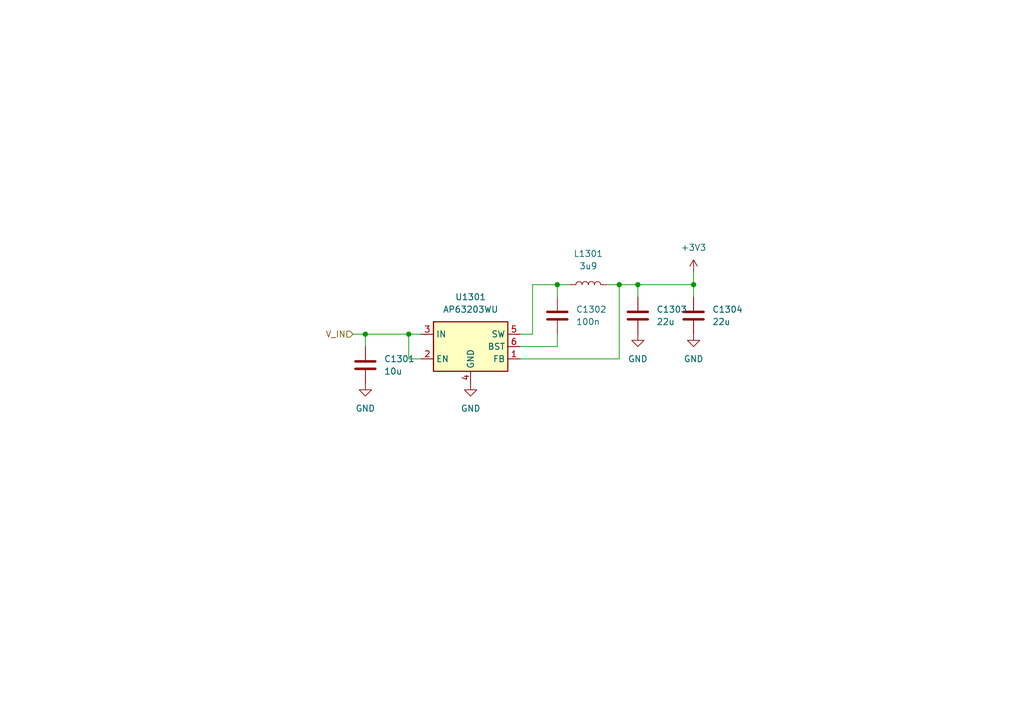
<source format=kicad_sch>
(kicad_sch (version 20211123) (generator eeschema)
  (paper "A5")
  (lib_symbols
    (symbol "Device:C" (pin_numbers hide) (pin_names (offset 0.254))
      (property "Reference" "C" (at 0.635 2.54 0))
      (property "Value" "C" (at 0.635 -2.54 0))
      (symbol "C_0_1"
        (polyline (pts (xy -2.032 -0.762) (xy 2.032 -0.762)) (stroke (width 0.508)))
        (polyline (pts (xy -2.032 0.762) (xy 2.032 0.762)) (stroke (width 0.508)))
      )
      (symbol "C_1_1"
        (pin passive line (at 0 3.81 270) (length 2.794) (name "~") (number "1"))
        (pin passive line (at 0 -3.81 90) (length 2.794) (name "~") (number "2"))
      )
    )
    (symbol "Device:L" (pin_numbers hide) (pin_names (offset 1.016) hide)
      (property "Reference" "L" (at -1.27 0 90))
      (property "Value" "L" (at 1.905 0 90))
      (symbol "L_0_1"
        (arc (start 0 -2.54) (mid 0.635 -1.905) (end 0 -1.27))
        (arc (start 0 -1.27) (mid 0.635 -0.635) (end 0 0))
        (arc (start 0 0) (mid 0.635 0.635) (end 0 1.27))
        (arc (start 0 1.27) (mid 0.635 1.905) (end 0 2.54))
      )
      (symbol "L_1_1"
        (pin passive line (at 0 3.81 270) (length 1.27) (name "1") (number "1"))
        (pin passive line (at 0 -3.81 90) (length 1.27) (name "2") (number "2"))
      )
    )
    (symbol "Regulator_Switching:AP63203WU"
      (property "Reference" "U" (at -7.62 6.35 0))
      (property "Value" "AP63203WU" (at 2.54 6.35 0))
      (symbol "AP63203WU_0_1"
        (rectangle (start -7.62 5.08) (end 7.62 -5.08) (stroke (width 0.254)) (fill (type background)))
      )
      (symbol "AP63203WU_1_1"
        (pin input line (at 10.16 -2.54 180) (length 2.54) (name "FB") (number "1"))
        (pin input line (at -10.16 -2.54 0) (length 2.54) (name "EN") (number "2"))
        (pin power_in line (at -10.16 2.54 0) (length 2.54) (name "IN") (number "3"))
        (pin power_in line (at 0 -7.62 90) (length 2.54) (name "GND") (number "4"))
        (pin output line (at 10.16 2.54 180) (length 2.54) (name "SW") (number "5"))
        (pin passive line (at 10.16 0 180) (length 2.54) (name "BST") (number "6"))
      )
    )
    (symbol "power:+3V3" (power) (pin_names (offset 0))
      (property "Value" "+3V3" (at 0 3.556 0))
      (symbol "+3V3_0_1"
        (polyline (pts (xy -0.762 1.27) (xy 0 2.54)))
        (polyline (pts (xy 0 0) (xy 0 2.54)))
        (polyline (pts (xy 0 2.54) (xy 0.762 1.27)))
      )
      (symbol "+3V3_1_1"
        (pin power_in line (at 0 0 90) (length 0) hide (name "+3V3") (number "1"))
      )
    )
    (symbol "power:GND" (power) (pin_names (offset 0))
      (property "Value" "GND" (at 0 -3.81 0))
      (symbol "GND_0_1"
        (polyline (pts (xy 0 0) (xy 0 -1.27) (xy 1.27 -1.27) (xy 0 -2.54) (xy -1.27 -1.27) (xy 0 -1.27)))
      )
      (symbol "GND_1_1"
        (pin power_in line (at 0 0 270) (length 0) hide (name "GND") (number "1"))
      )
    )
  )
  (junction (at 114.3 58.42))
  (junction (at 127 58.42))
  (junction (at 130.81 58.42))
  (junction (at 142.24 58.42))
  (junction (at 74.93 68.58))
  (junction (at 83.82 68.58))
  (wire (pts (xy 114.3 71.12) (xy 114.3 68.58)))
  (wire (pts (xy 74.93 68.58) (xy 83.82 68.58)))
  (wire (pts (xy 83.82 68.58) (xy 86.36 68.58)))
  (wire (pts (xy 127 73.66) (xy 106.68 73.66)))
  (wire (pts (xy 142.24 60.96) (xy 142.24 58.42)))
  (wire (pts (xy 86.36 73.66) (xy 83.82 73.66)))
  (wire (pts (xy 114.3 58.42) (xy 114.3 60.96)))
  (wire (pts (xy 83.82 73.66) (xy 83.82 68.58)))
  (wire (pts (xy 130.81 58.42) (xy 127 58.42)))
  (wire (pts (xy 130.81 60.96) (xy 130.81 58.42)))
  (wire (pts (xy 127 58.42) (xy 127 73.66)))
  (wire (pts (xy 142.24 55.88) (xy 142.24 58.42)))
  (wire (pts (xy 130.81 58.42) (xy 142.24 58.42)))
  (wire (pts (xy 109.22 58.42) (xy 114.3 58.42)))
  (wire (pts (xy 106.68 68.58) (xy 109.22 68.58)))
  (wire (pts (xy 74.93 71.12) (xy 74.93 68.58)))
  (wire (pts (xy 109.22 68.58) (xy 109.22 58.42)))
  (wire (pts (xy 72.39 68.58) (xy 74.93 68.58)))
  (wire (pts (xy 114.3 58.42) (xy 116.84 58.42)))
  (wire (pts (xy 124.46 58.42) (xy 127 58.42)))
  (wire (pts (xy 106.68 71.12) (xy 114.3 71.12)))
  (hierarchical_label "V_IN" (shape input) (at 72.39 68.58 180))
  (symbol (lib_id "power:GND") (at 74.93 78.74 0) (unit 1)
    (property "Reference" "#PWR01301" (effects hide))
    (property "Value" "GND" (at 74.93 83.82 0))
  )
  (symbol (lib_id "power:+3V3") (at 142.24 55.88 0) (unit 1)
    (property "Reference" "#PWR01304" (effects hide))
    (property "Value" "+3V3" (at 142.24 50.8 0))
  )
  (symbol (lib_id "Device:L") (at 120.65 58.42 90) (unit 1)
    (property "Reference" "L1301" (at 120.65 52.07 90))
    (property "Value" "3u9" (at 120.65 54.61 90))
  )
  (symbol (lib_id "power:GND") (at 96.52 78.74 0) (unit 1)
    (property "Reference" "#PWR01302" (effects hide))
    (property "Value" "GND" (at 96.52 83.82 0))
  )
  (symbol (lib_id "Device:C") (at 130.81 64.77 0) (unit 1)
    (property "Reference" "C1303" (at 134.62 63.4999 0) (effects (justify left)))
    (property "Value" "22u" (at 134.62 66.0399 0) (effects (justify left)))
    (property "Footprint" "Capacitor_SMD:C_0603_1608Metric" (effects hide))
    (property "Manufacturer_Name" "Samsung Electro-Mechanics" (effects hide))
    (property "Manufacturer_Part_Number" "CL10A226MQ8NRNC" (effects hide))
  )
  (symbol (lib_id "power:GND") (at 130.81 68.58 0) (unit 1)
    (property "Reference" "#PWR01303" (effects hide))
    (property "Value" "GND" (at 130.81 73.66 0))
  )
  (symbol (lib_id "power:GND") (at 142.24 68.58 0) (unit 1)
    (property "Reference" "#PWR01305" (effects hide))
    (property "Value" "GND" (at 142.24 73.66 0))
  )
  (symbol (lib_id "Device:C") (at 74.93 74.93 0) (unit 1)
    (property "Reference" "C1301" (at 78.74 73.6599 0) (effects (justify left)))
    (property "Value" "10u" (at 78.74 76.1999 0) (effects (justify left)))
    (property "Footprint" "Capacitor_SMD:C_0603_1608Metric" (effects hide))
    (property "Manufacturer_Name" "Samsung Electro-Mechanics" (effects hide))
    (property "Manufacturer_Part_Number" "CL10A106KP8NNNC" (effects hide))
  )
  (symbol (lib_id "Device:C") (at 114.3 64.77 0) (unit 1)
    (property "Reference" "C1302" (at 118.11 63.4999 0) (effects (justify left)))
    (property "Value" "100n" (at 118.11 66.0399 0) (effects (justify left)))
    (property "Footprint" "Capacitor_SMD:C_0805_2012Metric" (effects hide))
    (property "Manufacturer_Name" "Samsung Electro-Mechanics" (effects hide))
    (property "Manufacturer_Part_Number" "CL21B104KCFNNNE" (effects hide))
  )
  (symbol (lib_id "Regulator_Switching:AP63203WU") (at 96.52 71.12 0) (unit 1)
    (property "Reference" "U1301" (at 96.52 60.96 0))
    (property "Value" "AP63203WU" (at 96.52 63.5 0))
    (property "Footprint" "Package_TO_SOT_SMD:TSOT-23-6" (effects hide))
    (property "Datasheet" "https://www.diodes.com/assets/Datasheets/AP63200-AP63201-AP63203-AP63205.pdf" (effects hide))
  )
  (symbol (lib_id "Device:C") (at 142.24 64.77 0) (unit 1)
    (property "Reference" "C1304" (at 146.05 63.4999 0) (effects (justify left)))
    (property "Value" "22u" (at 146.05 66.0399 0) (effects (justify left)))
    (property "Footprint" "Capacitor_SMD:C_0603_1608Metric" (effects hide))
    (property "Manufacturer_Name" "Samsung Electro-Mechanics" (effects hide))
    (property "Manufacturer_Part_Number" "CL10A226MQ8NRNC" (effects hide))
  )
)
</source>
